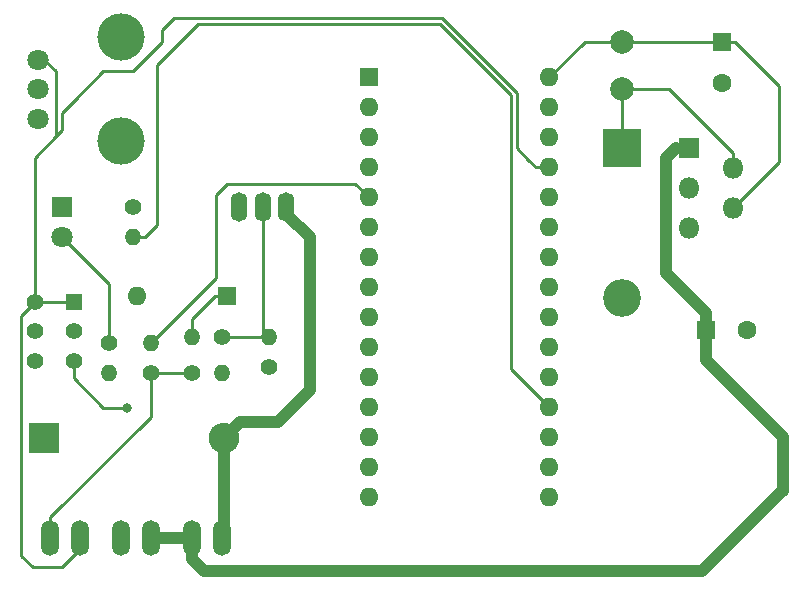
<source format=gbr>
G04 #@! TF.GenerationSoftware,KiCad,Pcbnew,(5.0.0)*
G04 #@! TF.CreationDate,2018-08-07T13:03:25+01:00*
G04 #@! TF.ProjectId,OpenSpritzer,4F70656E53707269747A65722E6B6963,rev?*
G04 #@! TF.SameCoordinates,Original*
G04 #@! TF.FileFunction,Copper,L1,Top,Signal*
G04 #@! TF.FilePolarity,Positive*
%FSLAX46Y46*%
G04 Gerber Fmt 4.6, Leading zero omitted, Abs format (unit mm)*
G04 Created by KiCad (PCBNEW (5.0.0)) date 08/07/18 13:03:25*
%MOMM*%
%LPD*%
G01*
G04 APERTURE LIST*
G04 #@! TA.AperFunction,ComponentPad*
%ADD10O,1.400000X2.500000*%
G04 #@! TD*
G04 #@! TA.AperFunction,ComponentPad*
%ADD11C,1.800000*%
G04 #@! TD*
G04 #@! TA.AperFunction,WasherPad*
%ADD12C,4.000000*%
G04 #@! TD*
G04 #@! TA.AperFunction,ComponentPad*
%ADD13R,1.400000X1.400000*%
G04 #@! TD*
G04 #@! TA.AperFunction,ComponentPad*
%ADD14C,1.400000*%
G04 #@! TD*
G04 #@! TA.AperFunction,ComponentPad*
%ADD15R,1.600000X1.600000*%
G04 #@! TD*
G04 #@! TA.AperFunction,ComponentPad*
%ADD16O,1.600000X1.600000*%
G04 #@! TD*
G04 #@! TA.AperFunction,ComponentPad*
%ADD17R,1.800000X1.800000*%
G04 #@! TD*
G04 #@! TA.AperFunction,ComponentPad*
%ADD18R,2.600000X2.600000*%
G04 #@! TD*
G04 #@! TA.AperFunction,ComponentPad*
%ADD19O,2.600000X2.600000*%
G04 #@! TD*
G04 #@! TA.AperFunction,ComponentPad*
%ADD20O,1.510000X3.010000*%
G04 #@! TD*
G04 #@! TA.AperFunction,ComponentPad*
%ADD21O,1.400000X1.400000*%
G04 #@! TD*
G04 #@! TA.AperFunction,ComponentPad*
%ADD22C,1.600000*%
G04 #@! TD*
G04 #@! TA.AperFunction,ComponentPad*
%ADD23R,3.200000X3.200000*%
G04 #@! TD*
G04 #@! TA.AperFunction,ComponentPad*
%ADD24O,3.200000X3.200000*%
G04 #@! TD*
G04 #@! TA.AperFunction,ComponentPad*
%ADD25C,2.000000*%
G04 #@! TD*
G04 #@! TA.AperFunction,ComponentPad*
%ADD26O,1.800000X1.800000*%
G04 #@! TD*
G04 #@! TA.AperFunction,ViaPad*
%ADD27C,0.800000*%
G04 #@! TD*
G04 #@! TA.AperFunction,Conductor*
%ADD28C,0.250000*%
G04 #@! TD*
G04 #@! TA.AperFunction,Conductor*
%ADD29C,1.000000*%
G04 #@! TD*
G04 APERTURE END LIST*
D10*
G04 #@! TO.P,Q1,2*
G04 #@! TO.N,Net-(Q1-Pad2)*
X104000000Y-98000000D03*
G04 #@! TO.P,Q1,1*
G04 #@! TO.N,GNDREF*
X102000000Y-98000000D03*
G04 #@! TO.P,Q1,3*
G04 #@! TO.N,Net-(D3-Pad2)*
X106000000Y-98000000D03*
G04 #@! TD*
D11*
G04 #@! TO.P,RV1,3*
G04 #@! TO.N,Net-(A1-Pad27)*
X85000000Y-85500000D03*
G04 #@! TO.P,RV1,2*
G04 #@! TO.N,Net-(R1-Pad1)*
X85000000Y-88000000D03*
G04 #@! TO.P,RV1,1*
G04 #@! TO.N,GNDREF*
X85000000Y-90500000D03*
D12*
G04 #@! TO.P,RV1,0*
G04 #@! TO.N,*
X92000000Y-83600000D03*
X92000000Y-92400000D03*
G04 #@! TD*
D13*
G04 #@! TO.P,SW1,1*
G04 #@! TO.N,Net-(A1-Pad27)*
X88000000Y-106000000D03*
D14*
G04 #@! TO.P,SW1,2*
G04 #@! TO.N,Net-(R2-Pad2)*
X88000000Y-108500000D03*
G04 #@! TO.P,SW1,3*
G04 #@! TO.N,Net-(A1-Pad13)*
X88000000Y-111000000D03*
G04 #@! TO.P,SW1,4*
G04 #@! TO.N,Net-(A1-Pad27)*
X84700000Y-106000000D03*
G04 #@! TO.P,SW1,5*
G04 #@! TO.N,Net-(D2-Pad2)*
X84700000Y-108500000D03*
G04 #@! TO.P,SW1,6*
G04 #@! TO.N,Net-(A1-Pad8)*
X84700000Y-111000000D03*
G04 #@! TD*
D15*
G04 #@! TO.P,A1,1*
G04 #@! TO.N,Net-(A1-Pad1)*
X113000000Y-87000000D03*
D16*
G04 #@! TO.P,A1,17*
G04 #@! TO.N,Net-(A1-Pad17)*
X128240000Y-120020000D03*
G04 #@! TO.P,A1,2*
G04 #@! TO.N,Net-(A1-Pad2)*
X113000000Y-89540000D03*
G04 #@! TO.P,A1,18*
G04 #@! TO.N,Net-(A1-Pad18)*
X128240000Y-117480000D03*
G04 #@! TO.P,A1,3*
G04 #@! TO.N,Net-(A1-Pad3)*
X113000000Y-92080000D03*
G04 #@! TO.P,A1,19*
G04 #@! TO.N,Net-(A1-Pad19)*
X128240000Y-114940000D03*
G04 #@! TO.P,A1,4*
G04 #@! TO.N,GNDREF*
X113000000Y-94620000D03*
G04 #@! TO.P,A1,20*
G04 #@! TO.N,Net-(A1-Pad20)*
X128240000Y-112400000D03*
G04 #@! TO.P,A1,5*
G04 #@! TO.N,Net-(A1-Pad5)*
X113000000Y-97160000D03*
G04 #@! TO.P,A1,21*
G04 #@! TO.N,Net-(A1-Pad21)*
X128240000Y-109860000D03*
G04 #@! TO.P,A1,6*
G04 #@! TO.N,Net-(A1-Pad6)*
X113000000Y-99700000D03*
G04 #@! TO.P,A1,22*
G04 #@! TO.N,Net-(A1-Pad22)*
X128240000Y-107320000D03*
G04 #@! TO.P,A1,7*
G04 #@! TO.N,Net-(A1-Pad7)*
X113000000Y-102240000D03*
G04 #@! TO.P,A1,23*
G04 #@! TO.N,Net-(A1-Pad23)*
X128240000Y-104780000D03*
G04 #@! TO.P,A1,8*
G04 #@! TO.N,Net-(A1-Pad8)*
X113000000Y-104780000D03*
G04 #@! TO.P,A1,24*
G04 #@! TO.N,Net-(A1-Pad24)*
X128240000Y-102240000D03*
G04 #@! TO.P,A1,9*
G04 #@! TO.N,Net-(A1-Pad9)*
X113000000Y-107320000D03*
G04 #@! TO.P,A1,25*
G04 #@! TO.N,Net-(A1-Pad25)*
X128240000Y-99700000D03*
G04 #@! TO.P,A1,10*
G04 #@! TO.N,Net-(A1-Pad10)*
X113000000Y-109860000D03*
G04 #@! TO.P,A1,26*
G04 #@! TO.N,Net-(A1-Pad26)*
X128240000Y-97160000D03*
G04 #@! TO.P,A1,11*
G04 #@! TO.N,Net-(A1-Pad11)*
X113000000Y-112400000D03*
G04 #@! TO.P,A1,27*
G04 #@! TO.N,Net-(A1-Pad27)*
X128240000Y-94620000D03*
G04 #@! TO.P,A1,12*
G04 #@! TO.N,Net-(A1-Pad12)*
X113000000Y-114940000D03*
G04 #@! TO.P,A1,28*
G04 #@! TO.N,Net-(A1-Pad28)*
X128240000Y-92080000D03*
G04 #@! TO.P,A1,13*
G04 #@! TO.N,Net-(A1-Pad13)*
X113000000Y-117480000D03*
G04 #@! TO.P,A1,29*
G04 #@! TO.N,GNDREF*
X128240000Y-89540000D03*
G04 #@! TO.P,A1,14*
G04 #@! TO.N,Net-(A1-Pad14)*
X113000000Y-120020000D03*
G04 #@! TO.P,A1,30*
G04 #@! TO.N,Net-(A1-Pad30)*
X128240000Y-87000000D03*
G04 #@! TO.P,A1,15*
G04 #@! TO.N,Net-(A1-Pad15)*
X113000000Y-122560000D03*
G04 #@! TO.P,A1,16*
G04 #@! TO.N,Net-(A1-Pad16)*
X128240000Y-122560000D03*
G04 #@! TD*
D17*
G04 #@! TO.P,D1,1*
G04 #@! TO.N,GNDREF*
X87000000Y-98000000D03*
D11*
G04 #@! TO.P,D1,2*
G04 #@! TO.N,Net-(D1-Pad2)*
X87000000Y-100540000D03*
G04 #@! TD*
D15*
G04 #@! TO.P,D2,1*
G04 #@! TO.N,Net-(D2-Pad1)*
X101000000Y-105500000D03*
D16*
G04 #@! TO.P,D2,2*
G04 #@! TO.N,Net-(D2-Pad2)*
X93380000Y-105500000D03*
G04 #@! TD*
D18*
G04 #@! TO.P,D3,1*
G04 #@! TO.N,Net-(C1-Pad1)*
X85500000Y-117500000D03*
D19*
G04 #@! TO.P,D3,2*
G04 #@! TO.N,Net-(D3-Pad2)*
X100740000Y-117500000D03*
G04 #@! TD*
D20*
G04 #@! TO.P,J1,1*
G04 #@! TO.N,Net-(J1-Pad1)*
X86000000Y-126000000D03*
G04 #@! TO.P,J1,2*
G04 #@! TO.N,Net-(A1-Pad27)*
X88540000Y-126000000D03*
G04 #@! TD*
G04 #@! TO.P,J2,1*
G04 #@! TO.N,GNDREF*
X92000000Y-126000000D03*
G04 #@! TO.P,J2,2*
G04 #@! TO.N,Net-(C1-Pad1)*
X94540000Y-126000000D03*
G04 #@! TD*
G04 #@! TO.P,J3,1*
G04 #@! TO.N,Net-(C1-Pad1)*
X98000000Y-126000000D03*
G04 #@! TO.P,J3,2*
G04 #@! TO.N,Net-(D3-Pad2)*
X100540000Y-126000000D03*
G04 #@! TD*
D14*
G04 #@! TO.P,R1,1*
G04 #@! TO.N,Net-(R1-Pad1)*
X93000000Y-98000000D03*
D21*
G04 #@! TO.P,R1,2*
G04 #@! TO.N,Net-(A1-Pad19)*
X93000000Y-100540000D03*
G04 #@! TD*
D14*
G04 #@! TO.P,R2,1*
G04 #@! TO.N,Net-(D1-Pad2)*
X91000000Y-109500000D03*
D21*
G04 #@! TO.P,R2,2*
G04 #@! TO.N,Net-(R2-Pad2)*
X91000000Y-112040000D03*
G04 #@! TD*
D14*
G04 #@! TO.P,R3,1*
G04 #@! TO.N,Net-(J1-Pad1)*
X94500000Y-112000000D03*
D21*
G04 #@! TO.P,R3,2*
G04 #@! TO.N,Net-(A1-Pad5)*
X94500000Y-109460000D03*
G04 #@! TD*
D14*
G04 #@! TO.P,R4,1*
G04 #@! TO.N,Net-(Q1-Pad2)*
X100500000Y-109000000D03*
D21*
G04 #@! TO.P,R4,2*
G04 #@! TO.N,Net-(D2-Pad1)*
X97960000Y-109000000D03*
G04 #@! TD*
D14*
G04 #@! TO.P,R5,1*
G04 #@! TO.N,Net-(J1-Pad1)*
X98000000Y-112000000D03*
D21*
G04 #@! TO.P,R5,2*
G04 #@! TO.N,GNDREF*
X100540000Y-112000000D03*
G04 #@! TD*
D14*
G04 #@! TO.P,R6,1*
G04 #@! TO.N,GNDREF*
X104500000Y-111500000D03*
D21*
G04 #@! TO.P,R6,2*
G04 #@! TO.N,Net-(Q1-Pad2)*
X104500000Y-108960000D03*
G04 #@! TD*
D15*
G04 #@! TO.P,C1,1*
G04 #@! TO.N,Net-(C1-Pad1)*
X141500000Y-108410000D03*
D22*
G04 #@! TO.P,C1,2*
G04 #@! TO.N,GNDREF*
X145000000Y-108410000D03*
G04 #@! TD*
D15*
G04 #@! TO.P,C2,1*
G04 #@! TO.N,Net-(A1-Pad30)*
X142900000Y-84000000D03*
D22*
G04 #@! TO.P,C2,2*
G04 #@! TO.N,GNDREF*
X142900000Y-87500000D03*
G04 #@! TD*
D23*
G04 #@! TO.P,D4,1*
G04 #@! TO.N,Net-(D4-Pad1)*
X134400000Y-93000000D03*
D24*
G04 #@! TO.P,D4,2*
G04 #@! TO.N,GNDREF*
X134400000Y-105700000D03*
G04 #@! TD*
D25*
G04 #@! TO.P,L1,1*
G04 #@! TO.N,Net-(A1-Pad30)*
X134400000Y-84000000D03*
G04 #@! TO.P,L1,2*
G04 #@! TO.N,Net-(D4-Pad1)*
X134400000Y-88000000D03*
G04 #@! TD*
D17*
G04 #@! TO.P,U1,1*
G04 #@! TO.N,Net-(C1-Pad1)*
X140100000Y-93000000D03*
D26*
G04 #@! TO.P,U1,2*
G04 #@! TO.N,Net-(D4-Pad1)*
X143800000Y-94700000D03*
G04 #@! TO.P,U1,3*
G04 #@! TO.N,GNDREF*
X140100000Y-96400000D03*
G04 #@! TO.P,U1,4*
G04 #@! TO.N,Net-(A1-Pad30)*
X143800000Y-98100000D03*
G04 #@! TO.P,U1,5*
G04 #@! TO.N,GNDREF*
X140100000Y-99800000D03*
G04 #@! TD*
D27*
G04 #@! TO.N,Net-(A1-Pad13)*
X92500000Y-115000000D03*
G04 #@! TD*
D28*
G04 #@! TO.N,Net-(A1-Pad30)*
X131240000Y-84000000D02*
X134400000Y-84000000D01*
X128240000Y-87000000D02*
X131240000Y-84000000D01*
X134400000Y-84000000D02*
X142900000Y-84000000D01*
X143950000Y-84000000D02*
X147700000Y-87750000D01*
X142900000Y-84000000D02*
X143950000Y-84000000D01*
X147700000Y-94200000D02*
X143800000Y-98100000D01*
X147700000Y-87750000D02*
X147700000Y-94200000D01*
G04 #@! TO.N,Net-(A1-Pad13)*
X92500000Y-115000000D02*
X90500000Y-115000000D01*
X88000000Y-112500000D02*
X88000000Y-111000000D01*
X90500000Y-115000000D02*
X88000000Y-112500000D01*
G04 #@! TO.N,Net-(A1-Pad27)*
X84700000Y-106000000D02*
X88000000Y-106000000D01*
X85000000Y-85500000D02*
X85500000Y-85500000D01*
X85500000Y-85500000D02*
X86500000Y-86500000D01*
X86500000Y-86500000D02*
X86500000Y-92000000D01*
X84700000Y-93800000D02*
X84700000Y-106000000D01*
X86500000Y-92000000D02*
X84700000Y-93800000D01*
X127108630Y-94620000D02*
X126488630Y-94000000D01*
X128240000Y-94620000D02*
X127108630Y-94620000D01*
X126488630Y-94000000D02*
X126488630Y-93988630D01*
X126488630Y-93988630D02*
X125500000Y-93000000D01*
X125500000Y-88363590D02*
X119136410Y-82000000D01*
X125500000Y-93000000D02*
X125500000Y-88363590D01*
X119136410Y-82000000D02*
X105500000Y-82000000D01*
X88000000Y-89000000D02*
X87000000Y-90000000D01*
X87000000Y-90000000D02*
X87000000Y-91500000D01*
X87000000Y-91500000D02*
X86500000Y-92000000D01*
X88540000Y-126000000D02*
X88540000Y-126750000D01*
X83500000Y-127500000D02*
X83500000Y-107200000D01*
X83500000Y-107200000D02*
X84700000Y-106000000D01*
X88540000Y-126000000D02*
X88540000Y-126960000D01*
X88540000Y-126960000D02*
X87000000Y-128500000D01*
X87000000Y-128500000D02*
X84500000Y-128500000D01*
X84500000Y-128500000D02*
X83500000Y-127500000D01*
X88000000Y-89000000D02*
X90500000Y-86500000D01*
X90500000Y-86500000D02*
X92500000Y-86500000D01*
X92500000Y-86500000D02*
X93000000Y-86500000D01*
X93000000Y-86500000D02*
X95500000Y-84000000D01*
X95500000Y-84000000D02*
X95500000Y-83000000D01*
X95500000Y-83000000D02*
X96500000Y-82000000D01*
X96500000Y-82000000D02*
X105500000Y-82000000D01*
G04 #@! TO.N,Net-(A1-Pad5)*
X94500000Y-109460000D02*
X100000000Y-103960000D01*
X100000000Y-103960000D02*
X100000000Y-97000000D01*
X100000000Y-97000000D02*
X101000000Y-96000000D01*
X111840000Y-96000000D02*
X113000000Y-97160000D01*
X101000000Y-96000000D02*
X111840000Y-96000000D01*
G04 #@! TO.N,Net-(A1-Pad19)*
X125000000Y-88500000D02*
X125000000Y-111700000D01*
X93000000Y-100540000D02*
X93989949Y-100540000D01*
X93989949Y-100540000D02*
X95000000Y-99529949D01*
X125000000Y-111700000D02*
X128240000Y-114940000D01*
X95000000Y-86000000D02*
X98500000Y-82500000D01*
X95000000Y-99529949D02*
X95000000Y-86000000D01*
X98500000Y-82500000D02*
X119000000Y-82500000D01*
X119000000Y-82500000D02*
X125000000Y-88500000D01*
G04 #@! TO.N,Net-(D1-Pad2)*
X91000000Y-104540000D02*
X87000000Y-100540000D01*
X91000000Y-109500000D02*
X91000000Y-104540000D01*
G04 #@! TO.N,Net-(D2-Pad1)*
X97960000Y-108010051D02*
X97960000Y-109000000D01*
X97960000Y-107490000D02*
X97960000Y-108010051D01*
X99950000Y-105500000D02*
X97960000Y-107490000D01*
X101000000Y-105500000D02*
X99950000Y-105500000D01*
D29*
G04 #@! TO.N,Net-(D3-Pad2)*
X106000000Y-98550000D02*
X106000000Y-98000000D01*
X108000000Y-100550000D02*
X106000000Y-98550000D01*
X108000000Y-113500000D02*
X108000000Y-100550000D01*
X105299999Y-116200001D02*
X108000000Y-113500000D01*
X102039999Y-116200001D02*
X105299999Y-116200001D01*
X100740000Y-117500000D02*
X102039999Y-116200001D01*
X100740000Y-117500000D02*
X100740000Y-125800000D01*
X100740000Y-125800000D02*
X100540000Y-126000000D01*
D28*
G04 #@! TO.N,Net-(J1-Pad1)*
X98000000Y-112000000D02*
X94500000Y-112000000D01*
X94500000Y-112989949D02*
X94500000Y-112000000D01*
X94500000Y-115745000D02*
X94500000Y-112989949D01*
X86000000Y-124245000D02*
X94500000Y-115745000D01*
X86000000Y-126000000D02*
X86000000Y-124245000D01*
G04 #@! TO.N,Net-(Q1-Pad2)*
X104500000Y-98500000D02*
X104000000Y-98000000D01*
X104460000Y-109000000D02*
X104500000Y-108960000D01*
X100500000Y-109000000D02*
X104460000Y-109000000D01*
X104000000Y-108460000D02*
X104500000Y-108960000D01*
X104000000Y-98000000D02*
X104000000Y-108460000D01*
D29*
G04 #@! TO.N,Net-(C1-Pad1)*
X94540000Y-126000000D02*
X98000000Y-126000000D01*
X98000000Y-127755000D02*
X99045000Y-128800000D01*
X98000000Y-126000000D02*
X98000000Y-127755000D01*
X99045000Y-128800000D02*
X141200000Y-128800000D01*
X141200000Y-128800000D02*
X147900000Y-122100000D01*
X138950000Y-93000000D02*
X138100000Y-93850000D01*
D28*
X140100000Y-93000000D02*
X138950000Y-93000000D01*
D29*
X138100000Y-93850000D02*
X138100000Y-103550000D01*
D28*
X147900000Y-122100000D02*
X148000000Y-122000000D01*
D29*
X148000000Y-117450000D02*
X148000000Y-122000000D01*
X148000000Y-117450000D02*
X141600000Y-111050000D01*
X141500000Y-106950000D02*
X141500000Y-108410000D01*
X138100000Y-103550000D02*
X141500000Y-106950000D01*
D28*
X141500000Y-110950000D02*
X141600000Y-111050000D01*
D29*
X141500000Y-108410000D02*
X141500000Y-110950000D01*
D28*
G04 #@! TO.N,Net-(D4-Pad1)*
X143800000Y-93427208D02*
X143800000Y-94700000D01*
X138372792Y-88000000D02*
X143800000Y-93427208D01*
X134400000Y-88000000D02*
X138372792Y-88000000D01*
X134400000Y-89414213D02*
X134400000Y-93000000D01*
X134400000Y-88000000D02*
X134400000Y-89414213D01*
G04 #@! TD*
M02*

</source>
